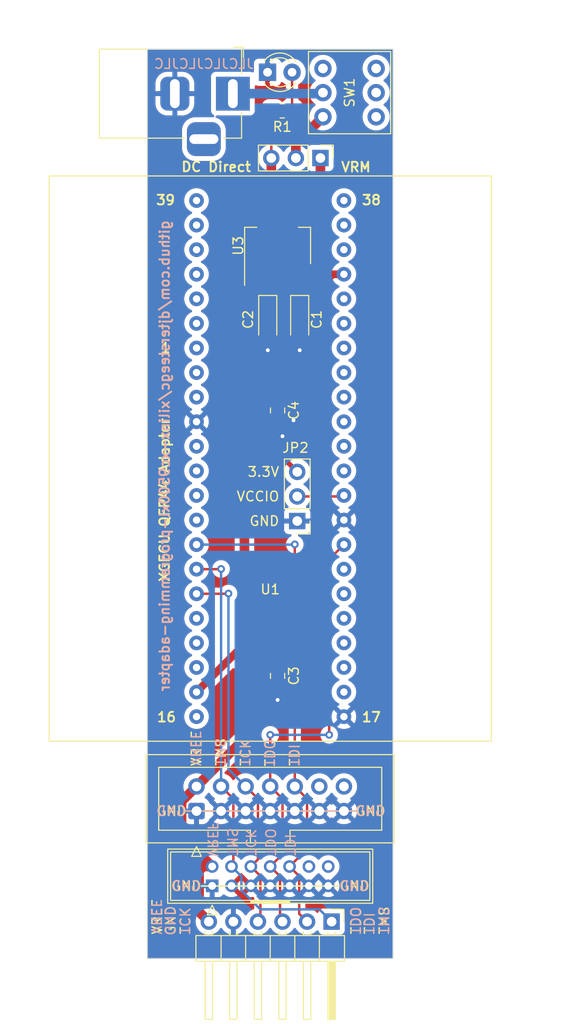
<source format=kicad_pcb>
(kicad_pcb (version 20221018) (generator pcbnew)
  (layers (0 "F.Cu" signal) (31 "B.Cu" signal) (34 "B.Paste" user) (35 "F.Paste" user) (36 "B.SilkS" user "B.Silkscreen") (37 "F.SilkS" user "F.Silkscreen") (38 "B.Mask" user) (39 "F.Mask" user) (44 "Edge.Cuts" user))
  (net 0 "")
  (net 1 "Net-(JP1-A)")
  (net 2 "GND")
  (net 3 "+3.3V")
  (net 4 "Net-(D1-A)")
  (net 5 "/TMS")
  (net 6 "/TCK")
  (net 7 "/TDO")
  (net 8 "/TDI")
  (net 9 "Net-(SW1A-B)")
  (net 12 "/VCCIO")
  (net 15 "Net-(JP1-C)")
  (footprint "Capacitor_Tantalum_SMD:CP_EIA-3216-10_Kemet-I_Pad1.58x1.35mm_HandSolder" (layer "F.Cu") (at 140.208 83.82 -90)
    (fp_text reference "C1" (at 0 -1.75 90) (layer "F.SilkS"))
    (fp_text value "22uf 16V")
    (fp_line (start -2.485 -0.935) (end -2.485 0.935) (stroke (width 0.12)) (layer "F.SilkS"))
    (fp_line (start -2.485 0.935) (end 1.6 0.935) (stroke (width 0.12)) (layer "F.SilkS"))
    (fp_line (start 1.6 -0.935) (end -2.485 -0.935) (stroke (width 0.12)) (layer "F.SilkS"))
    (pad "1" smd roundrect (at -1.4375 0 270) (size 1.575 1.35) (layers "F.Cu" "F.Paste" "F.Mask") (roundrect_rratio 0.1851851852) (net 1 "Net-(JP1-A)"))
    (pad "2" smd roundrect (at 1.4375 0 270) (size 1.575 1.35) (layers "F.Cu" "F.Paste" "F.Mask") (roundrect_rratio 0.1851851852) (net 2 "GND"))
  )
  (footprint "Capacitor_SMD:C_0805_2012Metric_Pad1.18x1.45mm_HandSolder" (layer "F.Cu") (at 137.922 120.65 -90)
    (fp_text reference "C3" (at 0 -1.68 90) (layer "F.SilkS"))
    (fp_text value "0.1uf")
    (fp_line (start -0.261252 -0.735) (end 0.261252 -0.735) (stroke (width 0.12)) (layer "F.SilkS"))
    (fp_line (start -0.261252 0.735) (end 0.261252 0.735) (stroke (width 0.12)) (layer "F.SilkS"))
    (pad "1" smd roundrect (at -1.0375 0 270) (size 1.175 1.45) (layers "F.Cu" "F.Paste" "F.Mask") (roundrect_rratio 0.2127659574) (net 3 "+3.3V"))
    (pad "2" smd roundrect (at 1.0375 0 270) (size 1.175 1.45) (layers "F.Cu" "F.Paste" "F.Mask") (roundrect_rratio 0.2127659574) (net 2 "GND"))
  )
  (footprint "Connector_BarrelJack:BarrelJack_Horizontal" (layer "F.Cu") (at 133.2992 60.4774)
    (fp_text reference "J1" hide)
    (fp_text value "DC Input")
    (fp_line (start -13.8 -4.6) (end 0.9 -4.6) (stroke (width 0.12)) (layer "F.SilkS"))
    (fp_line (start -13.8 4.6) (end -13.8 -4.6) (stroke (width 0.12)) (layer "F.SilkS"))
    (fp_line (start -5 4.6) (end -13.8 4.6) (stroke (width 0.12)) (layer "F.SilkS"))
    (fp_line (start 0.05 -4.8) (end 1.1 -4.8) (stroke (width 0.12)) (layer "F.SilkS"))
    (fp_line (start 0.9 -4.6) (end 0.9 -2) (stroke (width 0.12)) (layer "F.SilkS"))
    (fp_line (start 0.9 1.9) (end 0.9 4.6) (stroke (width 0.12)) (layer "F.SilkS"))
    (fp_line (start 0.9 4.6) (end -1 4.6) (stroke (width 0.12)) (layer "F.SilkS"))
    (fp_line (start 1.1 -3.75) (end 1.1 -4.8) (stroke (width 0.12)) (layer "F.SilkS"))
    (pad "1" thru_hole rect (at 0 0) (size 3.5 3.5) (drill oval 1 3) (layers "*.Cu" "*.Mask") (net 9 "Net-(SW1A-B)"))
    (pad "2" thru_hole roundrect (at -6 0) (size 3 3.5) (drill oval 1 3) (layers "*.Cu" "*.Mask") (net 2 "GND"))
    (pad "3" thru_hole roundrect (at -3 4.7) (size 3.5 3.5) (drill oval 3 1) (layers "*.Cu" "*.Mask"))
  )
  (footprint "Resistor_SMD:R_0805_2012Metric_Pad1.20x1.40mm_HandSolder" (layer "F.Cu") (at 138.4046 62.2554)
    (fp_text reference "R1" (at 0 1.651) (layer "F.SilkS"))
    (fp_text value "180R")
    (fp_line (start -0.227064 -0.735) (end 0.227064 -0.735) (stroke (width 0.12)) (layer "F.SilkS"))
    (fp_line (start -0.227064 0.735) (end 0.227064 0.735) (stroke (width 0.12)) (layer "F.SilkS"))
    (pad "1" smd roundrect (at -1 0) (size 1.2 1.4) (layers "F.Cu" "F.Paste" "F.Mask") (roundrect_rratio 0.2083333333) (net 3 "+3.3V"))
    (pad "2" smd roundrect (at 1 0) (size 1.2 1.4) (layers "F.Cu" "F.Paste" "F.Mask") (roundrect_rratio 0.2083333333) (net 4 "Net-(D1-A)"))
  )
  (footprint "Connector_PinHeader_2.54mm:PinHeader_1x03_P2.54mm_Vertical" (layer "F.Cu") (at 142.352 67.1322 -90)
    (fp_text reference "JP1" hide)
    (fp_text value "VCC Source")
    (fp_line (start -1.33 -1.33) (end 0 -1.33) (stroke (width 0.12)) (layer "F.SilkS"))
    (fp_line (start -1.33 0) (end -1.33 -1.33) (stroke (width 0.12)) (layer "F.SilkS"))
    (fp_line (start -1.33 1.27) (end -1.33 6.41) (stroke (width 0.12)) (layer "F.SilkS"))
    (fp_line (start -1.33 1.27) (end 1.33 1.27) (stroke (width 0.12)) (layer "F.SilkS"))
    (fp_line (start -1.33 6.41) (end 1.33 6.41) (stroke (width 0.12)) (layer "F.SilkS"))
    (fp_line (start 1.33 1.27) (end 1.33 6.41) (stroke (width 0.12)) (layer "F.SilkS"))
    (pad "1" thru_hole rect (at 0 0 270) (size 1.7 1.7) (drill 1) (layers "*.Cu" "*.Mask") (net 1 "Net-(JP1-A)"))
    (pad "2" thru_hole oval (at 0 2.54 270) (size 1.7 1.7) (drill 1) (layers "*.Cu" "*.Mask") (net 15 "Net-(JP1-C)"))
    (pad "3" thru_hole oval (at 0 5.08 270) (size 1.7 1.7) (drill 1) (layers "*.Cu" "*.Mask") (net 3 "+3.3V"))
  )
  (footprint "Connector_PinHeader_2.54mm:PinHeader_1x03_P2.54mm_Vertical" (layer "F.Cu") (at 139.954 104.648 180)
    (fp_text reference "JP2" (at -1.27 7.5692) (layer "F.SilkS") (effects (justify right)))
    (fp_text value "VCCIO" (at 4.064 2.54) (layer "F.SilkS"))
    (fp_line (start -1.33 -1.33) (end 0 -1.33) (stroke (width 0.12)) (layer "F.SilkS"))
    (fp_line (start -1.33 0) (end -1.33 -1.33) (stroke (width 0.12)) (layer "F.SilkS"))
    (fp_line (start -1.33 1.27) (end -1.33 6.41) (stroke (width 0.12)) (layer "F.SilkS"))
    (fp_line (start -1.33 1.27) (end 1.33 1.27) (stroke (width 0.12)) (layer "F.SilkS"))
    (fp_line (start -1.33 6.41) (end 1.33 6.41) (stroke (width 0.12)) (layer "F.SilkS"))
    (fp_line (start 1.33 1.27) (end 1.33 6.41) (stroke (width 0.12)) (layer "F.SilkS"))
    (pad "1" thru_hole rect (at 0 0 180) (size 1.7 1.7) (drill 1) (layers "*.Cu" "*.Mask") (net 2 "GND"))
    (pad "2" thru_hole oval (at 0 2.54 180) (size 1.7 1.7) (drill 1) (layers "*.Cu" "*.Mask") (net 12 "/VCCIO"))
    (pad "3" thru_hole oval (at 0 5.08 180) (size 1.7 1.7) (drill 1) (layers "*.Cu" "*.Mask") (net 3 "+3.3V"))
  )
  (footprint "Tersteeg:KFC8.5x8.5 DPDT Push Switch" (layer "F.Cu") (at 145.3642 60.3758)
    (fp_text reference "SW1" (at 0 0 90 unlocked) (layer "F.SilkS"))
    (fp_text value "SW_DPDT_x2")
    (fp_rect (start -4.25 -4.25) (end 4.25 4.25) (stroke (width 0.12)) (fill none) (layer "F.SilkS"))
    (pad "1" thru_hole circle (at -2.75 -2.5) (size 1.8 1.8) (drill 1) (layers "*.Cu" "*.Mask"))
    (pad "2" thru_hole circle (at -2.75 0) (size 1.8 1.8) (drill 1) (layers "*.Cu" "*.Mask") (net 9 "Net-(SW1A-B)"))
    (pad "3" thru_hole circle (at -2.75 2.5) (size 1.8 1.8) (drill 1) (layers "*.Cu" "*.Mask") (net 15 "Net-(JP1-C)"))
    (pad "4" thru_hole circle (at 2.75 -2.5) (size 1.8 1.8) (drill 1) (layers "*.Cu" "*.Mask"))
    (pad "5" thru_hole circle (at 2.75 0) (size 1.8 1.8) (drill 1) (layers "*.Cu" "*.Mask"))
    (pad "6" thru_hole circle (at 2.75 2.5) (size 1.8 1.8) (drill 1) (layers "*.Cu" "*.Mask"))
  )
  (footprint "Capacitor_Tantalum_SMD:CP_EIA-3216-10_Kemet-I_Pad1.58x1.35mm_HandSolder" (layer "F.Cu") (at 136.906 83.82 -90)
    (fp_text reference "C2" (at 0 2.032 90) (layer "F.SilkS"))
    (fp_text value "22uf 10V")
    (fp_line (start -2.485 -0.935) (end -2.485 0.935) (stroke (width 0.12)) (layer "F.SilkS"))
    (fp_line (start -2.485 0.935) (end 1.6 0.935) (stroke (width 0.12)) (layer "F.SilkS"))
    (fp_line (start 1.6 -0.935) (end -2.485 -0.935) (stroke (width 0.12)) (layer "F.SilkS"))
    (pad "1" smd roundrect (at -1.4375 0 270) (size 1.575 1.35) (layers "F.Cu" "F.Paste" "F.Mask") (roundrect_rratio 0.1851851852) (net 3 "+3.3V"))
    (pad "2" smd roundrect (at 1.4375 0 270) (size 1.575 1.35) (layers "F.Cu" "F.Paste" "F.Mask") (roundrect_rratio 0.1851851852) (net 2 "GND"))
  )
  (footprint "LED_THT:LED_D3.0mm" (layer "F.Cu") (at 136.8806 58.2676)
    (fp_text reference "D1" hide)
    (fp_text value "LED")
    (fp_line (start -0.29 -1.236) (end -0.29 -1.08) (stroke (width 0.12)) (layer "F.SilkS"))
    (fp_line (start -0.29 1.08) (end -0.29 1.236) (stroke (width 0.12)) (layer "F.SilkS"))
    (fp_arc (start -0.29 -1.235516) (mid 1.366487 -1.987659) (end 2.942335 -1.078608) (stroke (width 0.12)) (layer "F.SilkS"))
    (fp_arc (start 0.229039 -1.08) (mid 1.270117 -1.5) (end 2.31113 -1.079837) (stroke (width 0.12)) (layer "F.SilkS"))
    (fp_arc (start 2.31113 1.079837) (mid 1.270117 1.5) (end 0.229039 1.08) (stroke (width 0.12)) (layer "F.SilkS"))
    (fp_arc (start 2.942335 1.078608) (mid 1.366487 1.987659) (end -0.29 1.235516) (stroke (width 0.12)) (layer "F.SilkS"))
    (pad "1" thru_hole rect (at 0 0) (size 1.8 1.8) (drill 0.9) (layers "*.Cu" "*.Mask") (net 2 "GND"))
    (pad "2" thru_hole circle (at 2.54 0) (size 1.8 1.8) (drill 0.9) (layers "*.Cu" "*.Mask") (net 4 "Net-(D1-A)"))
  )
  (footprint "Package_TO_SOT_SMD:SOT-223-3_TabPin2" (layer "F.Cu") (at 137.922 76.2 90)
    (fp_text reference "U3" (at 0 -4.064 270) (layer "F.SilkS"))
    (fp_text value "AMS1117-3.3")
    (fp_line (start -4.1 -3.41) (end 1.91 -3.41) (stroke (width 0.12)) (layer "F.SilkS"))
    (fp_line (start -1.85 3.41) (end 1.91 3.41) (stroke (width 0.12)) (layer "F.SilkS"))
    (fp_line (start 1.91 -3.41) (end 1.91 -2.15) (stroke (width 0.12)) (layer "F.SilkS"))
    (fp_line (start 1.91 3.41) (end 1.91 2.15) (stroke (width 0.12)) (layer "F.SilkS"))
    (pad "1" smd rect (at -3.15 -2.3 90) (size 2 1.5) (layers "F.Cu" "F.Paste" "F.Mask") (net 2 "GND"))
    (pad "2" smd rect (at -3.15 0 90) (size 2 1.5) (layers "F.Cu" "F.Paste" "F.Mask") (net 3 "+3.3V"))
    (pad "2" smd rect (at 3.15 0 90) (size 2 3.8) (layers "F.Cu" "F.Paste" "F.Mask") (net 3 "+3.3V"))
    (pad "3" smd rect (at -3.15 2.3 90) (size 2 1.5) (layers "F.Cu" "F.Paste" "F.Mask") (net 1 "Net-(JP1-A)"))
  )
  (footprint "Tersteeg:IDC-Header_2x07_P2.00mm_Vertical" (layer "F.Cu") (at 137.16 141.351 90)
    (fp_text reference "J4" hide)
    (fp_text value "2.00mm")
    (fp_line (start -4 -6.5) (end -4 -5.5) (stroke (width 0.12)) (layer "F.SilkS"))
    (fp_line (start -4 -5.5) (end -3 -6) (stroke (width 0.12)) (layer "F.SilkS"))
    (fp_line (start -3 -6) (end -4 -6.5) (stroke (width 0.12)) (layer "F.SilkS"))
    (fp_rect (start -2.8 -10.6) (end 2.8 10.6) (stroke (width 0.12)) (fill none) (layer "F.SilkS"))
    (fp_rect (start -2.8 -2) (end -2.5 2) (stroke (width 0.12)) (fill solid) (layer "F.SilkS"))
    (fp_rect (start -2.5 -10.3) (end 2.5 10.3) (stroke (width 0.12)) (fill none) (layer "F.SilkS"))
    (pad "1" thru_hole rect (at -1 -6 90) (size 1.308 1.308) (drill 0.8) (layers "*.Cu" "*.Mask") (net 2 "GND"))
    (pad "2" thru_hole circle (at 1 -6 90) (size 1.308 1.308) (drill 0.8) (layers "*.Cu" "*.Mask") (net 3 "+3.3V"))
    (pad "3" thru_hole circle (at -1 -4 90) (size 1.308 1.308) (drill 0.8) (layers "*.Cu" "*.Mask") (net 2 "GND"))
    (pad "4" thru_hole circle (at 1 -4 90) (size 1.308 1.308) (drill 0.8) (layers "*.Cu" "*.Mask") (net 5 "/TMS"))
    (pad "5" thru_hole circle (at -1 -2 90) (size 1.308 1.308) (drill 0.8) (layers "*.Cu" "*.Mask") (net 2 "GND"))
    (pad "6" thru_hole circle (at 1 -2 90) (size 1.308 1.308) (drill 0.8) (layers "*.Cu" "*.Mask") (net 6 "/TCK"))
    (pad "7" thru_hole circle (at -1 0 90) (size 1.308 1.308) (drill 0.8) (layers "*.Cu" "*.Mask") (net 2 "GND"))
    (pad "8" thru_hole circle (at 1 0 90) (size 1.308 1.308) (drill 0.8) (layers "*.Cu" "*.Mask") (net 7 "/TDO"))
    (pad "9" thru_hole circle (at -1 2 90) (size 1.308 1.308) (drill 0.8) (layers "*.Cu" "*.Mask") (net 2 "GND"))
    (pad "10" thru_hole circle (at 1 2 90) (size 1.308 1.308) (drill 0.8) (layers "*.Cu" "*.Mask") (net 8 "/TDI"))
    (pad "11" thru_hole circle (at -1 4 90) (size 1.308 1.308) (drill 0.8) (layers "*.Cu" "*.Mask") (net 2 "GND"))
    (pad "12" thru_hole circle (at 1 4 90) (size 1.308 1.308) (drill 0.8) (layers "*.Cu" "*.Mask"))
    (pad "13" thru_hole circle (at -1 6 90) (size 1.308 1.308) (drill 0.8) (layers "*.Cu" "*.Mask") (net 2 "GND"))
    (pad "14" thru_hole circle (at 1 6 90) (size 1.308 1.308) (drill 0.8) (layers "*.Cu" "*.Mask"))
  )
  (footprint "Capacitor_SMD:C_0805_2012Metric_Pad1.18x1.45mm_HandSolder" (layer "F.Cu") (at 137.922 93.218 -90)
    (fp_text reference "C4" (at 0 -1.68 -90) (layer "F.SilkS"))
    (fp_text value "0.1uf")
    (fp_line (start -0.261252 -0.735) (end 0.261252 -0.735) (stroke (width 0.12)) (layer "F.SilkS"))
    (fp_line (start -0.261252 0.735) (end 0.261252 0.735) (stroke (width 0.12)) (layer "F.SilkS"))
    (pad "1" smd roundrect (at -1.0375 0 270) (size 1.175 1.45) (layers "F.Cu" "F.Paste" "F.Mask") (roundrect_rratio 0.2127659574) (net 3 "+3.3V"))
    (pad "2" smd roundrect (at 1.0375 0 270) (size 1.175 1.45) (layers "F.Cu" "F.Paste" "F.Mask") (roundrect_rratio 0.2127659574) (net 2 "GND"))
  )
  (footprint "Connector_IDC:IDC-Header_2x07_P2.54mm_Vertical" (layer "F.Cu") (at 129.54 134.62 90)
    (fp_text reference "J2" hide)
    (fp_text value "2.54mm")
    (fp_line (start -4.68 -0.5) (end -4.68 0.5) (stroke (width 0.12)) (layer "F.SilkS"))
    (fp_line (start -4.68 0.5) (end -3.68 0) (stroke (width 0.12)) (layer "F.SilkS"))
    (fp_line (start -3.68 0) (end -4.68 -0.5) (stroke (width 0.12)) (layer "F.SilkS"))
    (fp_line (start -3.29 -5.21) (end 5.83 -5.21) (stroke (width 0.12)) (layer "F.SilkS"))
    (fp_line (start -3.29 5.57) (end -1.98 5.57) (stroke (width 0.12)) (layer "F.SilkS"))
    (fp_line (start -3.29 20.45) (end -3.29 -5.21) (stroke (width 0.12)) (layer "F.SilkS"))
    (fp_line (start -1.98 -3.91) (end 4.52 -3.91) (stroke (width 0.12)) (layer "F.SilkS"))
    (fp_line (start -1.98 5.57) (end -1.98 -3.91) (stroke (width 0.12)) (layer "F.SilkS"))
    (fp_line (start -1.98 9.67) (end -3.29 9.67) (stroke (width 0.12)) (layer "F.SilkS"))
    (fp_line (start -1.98 9.67) (end -1.98 9.67) (stroke (width 0.12)) (layer "F.SilkS"))
    (fp_line (start -1.98 19.15) (end -1.98 9.67) (stroke (width 0.12)) (layer "F.SilkS"))
    (fp_line (start 4.52 -3.91) (end 4.52 19.15) (stroke (width 0.12)) (layer "F.SilkS"))
    (fp_line (start 4.52 19.15) (end -1.98 19.15) (stroke (width 0.12)) (layer "F.SilkS"))
    (fp_line (start 5.83 -5.21) (end 5.83 20.45) (stroke (width 0.12)) (layer "F.SilkS"))
    (fp_line (start 5.83 20.45) (end -3.29 20.45) (stroke (width 0.12)) (layer "F.SilkS"))
    (pad "1" thru_hole roundrect (at 0 0 90) (size 1.7 1.7) (drill 1) (layers "*.Cu" "*.Mask") (roundrect_rratio 0.1470588235) (net 2 "GND"))
    (pad "2" thru_hole circle (at 2.54 0 90) (size 1.7 1.7) (drill 1) (layers "*.Cu" "*.Mask") (net 3 "+3.3V"))
    (pad "3" thru_hole circle (at 0 2.54 90) (size 1.7 1.7) (drill 1) (layers "*.Cu" "*.Mask") (net 2 "GND"))
    (pad "4" thru_hole circle (at 2.54 2.54 90) (size 1.7 1.7) (drill 1) (layers "*.Cu" "*.Mask") (net 5 "/TMS"))
    (pad "5" thru_hole circle (at 0 5.08 90) (size 1.7 1.7) (drill 1) (layers "*.Cu" "*.Mask") (net 2 "GND"))
    (pad "6" thru_hole circle (at 2.54 5.08 90) (size 1.7 1.7) (drill 1) (layers "*.Cu" "*.Mask") (net 6 "/TCK"))
    (pad "7" thru_hole circle (at 0 7.62 90) (size 1.7 1.7) (drill 1) (layers "*.Cu" "*.Mask") (net 2 "GND"))
    (pad "8" thru_hole circle (at 2.54 7.62 90) (size 1.7 1.7) (drill 1) (layers "*.Cu" "*.Mask") (net 7 "/TDO"))
    (pad "9" thru_hole circle (at 0 10.16 90) (size 1.7 1.7) (drill 1) (layers "*.Cu" "*.Mask") (net 2 "GND"))
    (pad "10" thru_hole circle (at 2.54 10.16 90) (size 1.7 1.7) (drill 1) (layers "*.Cu" "*.Mask") (net 8 "/TDI"))
    (pad "11" thru_hole circle (at 0 12.7 90) (size 1.7 1.7) (drill 1) (layers "*.Cu" "*.Mask") (net 2 "GND"))
    (pad "12" thru_hole circle (at 2.54 12.7 90) (size 1.7 1.7) (drill 1) (layers "*.Cu" "*.Mask"))
    (pad "13" thru_hole circle (at 0 15.24 90) (size 1.7 1.7) (drill 1) (layers "*.Cu" "*.Mask") (net 2 "GND"))
    (pad "14" thru_hole circle (at 2.54 15.24 90) (size 1.7 1.7) (drill 1) (layers "*.Cu" "*.Mask"))
  )
  (footprint "Connector_PinHeader_2.54mm:PinHeader_1x06_P2.54mm_Horizontal" (layer "F.Cu") (at 143.51 146.05 -90)
    (fp_text reference "J3" hide)
    (fp_text value "Conn_01x06")
    (fp_line (start -1.27 -1.27) (end 0 -1.27) (stroke (width 0.12)) (layer "F.SilkS"))
    (fp_line (start -1.27 0) (end -1.27 -1.27) (stroke (width 0.12)) (layer "F.SilkS"))
    (fp_line (start 1.042929 2.16) (end 1.44 2.16) (stroke (width 0.12)) (layer "F.SilkS"))
    (fp_line (start 1.042929 2.92) (end 1.44 2.92) (stroke (width 0.12)) (layer "F.SilkS"))
    (fp_line (start 1.042929 4.7) (end 1.44 4.7) (stroke (width 0.12)) (layer "F.SilkS"))
    (fp_line (start 1.042929 5.46) (end 1.44 5.46) (stroke (width 0.12)) (layer "F.SilkS"))
    (fp_line (start 1.042929 7.24) (end 1.44 7.24) (stroke (width 0.12)) (layer "F.SilkS"))
    (fp_line (start 1.042929 8) (end 1.44 8) (stroke (width 0.12)) (layer "F.SilkS"))
    (fp_line (start 1.042929 9.78) (end 1.44 9.78) (stroke (width 0.12)) (layer "F.SilkS"))
    (fp_line (start 1.042929 10.54) (end 1.44 10.54) (stroke (width 0.12)) (layer "F.SilkS"))
    (fp_line (start 1.042929 12.32) (end 1.44 12.32) (stroke (width 0.12)) (layer "F.SilkS"))
    (fp_line (start 1.042929 13.08) (end 1.44 13.08) (stroke (width 0.12)) (layer "F.SilkS"))
    (fp_line (start 1.11 -0.38) (end 1.44 -0.38) (stroke (width 0.12)) (layer "F.SilkS"))
    (fp_line (start 1.11 0.38) (end 1.44 0.38) (stroke (width 0.12)) (layer "F.SilkS"))
    (fp_line (start 1.44 -1.33) (end 1.44 14.03) (stroke (width 0.12)) (layer "F.SilkS"))
    (fp_line (start 1.44 1.27) (end 4.1 1.27) (stroke (width 0.12)) (layer "F.SilkS"))
    (fp_line (start 1.44 3.81) (end 4.1 3.81) (stroke (width 0.12)) (layer "F.SilkS"))
    (fp_line (start 1.44 6.35) (end 4.1 6.35) (stroke (width 0.12)) (layer "F.SilkS"))
    (fp_line (start 1.44 8.89) (end 4.1 8.89) (stroke (width 0.12)) (layer "F.SilkS"))
    (fp_line (start 1.44 11.43) (end 4.1 11.43) (stroke (width 0.12)) (layer "F.SilkS"))
    (fp_line (start 1.44 14.03) (end 4.1 14.03) (stroke (width 0.12)) (layer "F.SilkS"))
    (fp_line (start 4.1 -1.33) (end 1.44 -1.33) (stroke (width 0.12)) (layer "F.SilkS"))
    (fp_line (start 4.1 -0.38) (end 10.1 -0.38) (stroke (width 0.12)) (layer "F.SilkS"))
    (fp_line (start 4.1 -0.32) (end 10.1 -0.32) (stroke (width 0.12)) (layer "F.SilkS"))
    (fp_line (start 4.1 -0.2) (end 10.1 -0.2) (stroke (width 0.12)) (layer "F.SilkS"))
    (fp_line (start 4.1 -0.08) (end 10.1 -0.08) (stroke (width 0.12)) (layer "F.SilkS"))
    (fp_line (start 4.1 0.04) (end 10.1 0.04) (stroke (width 0.12)) (layer "F.SilkS"))
    (fp_line (start 4.1 0.16) (end 10.1 0.16) (stroke (width 0.12)) (layer "F.SilkS"))
    (fp_line (start 4.1 0.28) (end 10.1 0.28) (stroke (width 0.12)) (layer "F.SilkS"))
    (fp_line (start 4.1 2.16) (end 10.1 2.16) (stroke (width 0.12)) (layer "F.SilkS"))
    (fp_line (start 4.1 4.7) (end 10.1 4.7) (stroke (width 0.12)) (layer "F.SilkS"))
    (fp_line (start 4.1 7.24) (end 10.1 7.24) (stroke (width 0.12)) (layer "F.SilkS"))
    (fp_line (start 4.1 9.78) (end 10.1 9.78) (stroke (width 0.12)) (layer "F.SilkS"))
    (fp_line (start 4.1 12.32) (end 10.1 12.32) (stroke (width 0.12)) (layer "F.SilkS"))
    (fp_line (start 4.1 14.03) (end 4.1 -1.33) (stroke (width 0.12)) (layer "F.SilkS"))
    (fp_line (start 10.1 -0.38) (end 10.1 0.38) (stroke (width 0.12)) (layer "F.SilkS"))
    (fp_line (start 10.1 0.38) (end 4.1 0.38) (stroke (width 0.12)) (layer "F.SilkS"))
    (fp_line (start 10.1 2.16) (end 10.1 2.92) (stroke (width 0.12)) (layer "F.SilkS"))
    (fp_line (start 10.1 2.92) (end 4.1 2.92) (stroke (width 0.12)) (layer "F.SilkS"))
    (fp_line (start 10.1 4.7) (end 10.1 5.46) (stroke (width 0.12)) (layer "F.SilkS"))
    (fp_line (start 10.1 5.46) (end 4.1 5.46) (stroke (width 0.12)) (layer "F.SilkS"))
    (fp_line (start 10.1 7.24) (end 10.1 8) (stroke (width 0.12)) (layer "F.SilkS"))
    (fp_line (start 10.1 8) (end 4.1 8) (stroke (width 0.12)) (layer "F.SilkS"))
    (fp_line (start 10.1 9.78) (end 10.1 10.54) (stroke (width 0.12)) (layer "F.SilkS"))
    (fp_line (start 10.1 10.54) (end 4.1 10.54) (stroke (width 0.12)) (layer "F.SilkS"))
    (fp_line (start 10.1 12.32) (end 10.1 13.08) (stroke (width 0.12)) (layer "F.SilkS"))
    (fp_line (start 10.1 13.08) (end 4.1 13.08) (stroke (width 0.12)) (layer "F.SilkS"))
    (pad "1" thru_hole rect (at 0 0 270) (size 1.7 1.7) (drill 1) (layers "*.Cu" "*.Mask") (net 5 "/TMS"))
    (pad "2" thru_hole oval (at 0 2.54 270) (size 1.7 1.7) (drill 1) (layers "*.Cu" "*.Mask") (net 8 "/TDI"))
    (pad "3" thru_hole oval (at 0 5.08 270) (size 1.7 1.7) (drill 1) (layers "*.Cu" "*.Mask") (net 7 "/TDO"))
    (pad "4" thru_hole oval (at 0 7.62 270) (size 1.7 1.7) (drill 1) (layers "*.Cu" "*.Mask") (net 6 "/TCK"))
    (pad "5" thru_hole oval (at 0 10.16 270) (size 1.7 1.7) (drill 1) (layers "*.Cu" "*.Mask") (net 2 "GND"))
    (pad "6" thru_hole oval (at 0 12.7 270) (size 1.7 1.7) (drill 1) (layers "*.Cu" "*.Mask") (net 3 "+3.3V"))
  )
  (footprint "Tersteeg:XGECU-QFP44 to DIP44" (layer "F.Cu") (at 137.16 99.465)
    (fp_text reference "U1" (at 0 12.2442 unlocked) (layer "F.SilkS"))
    (fp_text value "XC9572XL-10VQG44C")
    (fp_rect (start -22.86 -30.48) (end 22.86 27.94) (stroke (width 0.12)) (fill none) (layer "F.SilkS"))
    (pad "1" thru_hole circle (at -7.62 -12.7) (size 1.524 1.524) (drill 0.762) (layers "*.Cu" "*.Mask"))
    (pad "2" thru_hole circle (at -7.62 -10.16) (size 1.524 1.524) (drill 0.762) (layers "*.Cu" "*.Mask"))
    (pad "3" thru_hole circle (at -7.62 -7.62) (size 1.524 1.524) (drill 0.762) (layers "*.Cu" "*.Mask"))
    (pad "4" thru_hole circle (at -7.62 -5.08) (size 1.524 1.524) (drill 0.762) (layers "*.Cu" "*.Mask") (net 2 "GND"))
    (pad "5" thru_hole circle (at -7.62 -2.54) (size 1.524 1.524) (drill 0.762) (layers "*.Cu" "*.Mask"))
    (pad "6" thru_hole circle (at -7.62 0) (size 1.524 1.524) (drill 0.762) (layers "*.Cu" "*.Mask"))
    (pad "7" thru_hole circle (at -7.62 2.54) (size 1.524 1.524) (drill 0.762) (layers "*.Cu" "*.Mask"))
    (pad "8" thru_hole circle (at -7.62 5.08) (size 1.524 1.524) (drill 0.762) (layers "*.Cu" "*.Mask"))
    (pad "9" thru_hole circle (at -7.62 7.62) (size 1.524 1.524) (drill 0.762) (layers "*.Cu" "*.Mask") (net 8 "/TDI"))
    (pad "10" thru_hole circle (at -7.62 10.16) (size 1.524 1.524) (drill 0.762) (layers "*.Cu" "*.Mask") (net 5 "/TMS"))
    (pad "11" thru_hole circle (at -7.62 12.7) (size 1.524 1.524) (drill 0.762) (layers "*.Cu" "*.Mask") (net 6 "/TCK"))
    (pad "12" thru_hole circle (at -7.62 15.24) (size 1.524 1.524) (drill 0.762) (layers "*.Cu" "*.Mask"))
    (pad "13" thru_hole circle (at -7.62 17.78) (size 1.524 1.524) (drill 0.762) (layers "*.Cu" "*.Mask"))
    (pad "14" thru_hole circle (at -7.62 20.32) (size 1.524 1.524) (drill 0.762) (layers "*.Cu" "*.Mask"))
    (pad "15" thru_hole circle (at -7.62 22.86) (size 1.524 1.524) (drill 0.762) (layers "*.Cu" "*.Mask") (net 3 "+3.3V"))
    (pad "16" thru_hole circle (at -7.62 25.4) (size 1.524 1.524) (drill 0.762) (layers "*.Cu" "*.Mask"))
    (pad "17" thru_hole circle (at 7.62 25.4) (size 1.524 1.524) (drill 0.762) (layers "*.Cu" "*.Mask") (net 2 "GND"))
    (pad "18" thru_hole circle (at 7.62 22.86) (size 1.524 1.524) (drill 0.762) (layers "*.Cu" "*.Mask"))
    (pad "19" thru_hole circle (at 7.62 20.32) (size 1.524 1.524) (drill 0.762) (layers "*.Cu" "*.Mask"))
    (pad "20" thru_hole circle (at 7.62 17.78) (size 1.524 1.524) (drill 0.762) (layers "*.Cu" "*.Mask"))
    (pad "21" thru_hole circle (at 7.62 15.24) (size 1.524 1.524) (drill 0.762) (layers "*.Cu" "*.Mask"))
    (pad "22" thru_hole circle (at 7.62 12.7) (size 1.524 1.524) (drill 0.762) (layers "*.Cu" "*.Mask"))
    (pad "23" thru_hole circle (at 7.62 10.16) (size 1.524 1.524) (drill 0.762) (layers "*.Cu" "*.Mask"))
    (pad "24" thru_hole circle (at 7.62 7.62) (size 1.524 1.524) (drill 0.762) (layers "*.Cu" "*.Mask") (net 7 "/TDO"))
    (pad "25" thru_hole circle (at 7.62 5.08) (size 1.524 1.524) (drill 0.762) (layers "*.Cu" "*.Mask") (net 2 "GND"))
    (pad "26" thru_hole circle (at 7.62 2.54) (size 1.524 1.524) (drill 0.762) (layers "*.Cu" "*.Mask") (net 12 "/VCCIO"))
    (pad "27" thru_hole circle (at 7.62 0) (size 1.524 1.524) (drill 0.762) (layers "*.Cu" "*.Mask"))
    (pad "28" thru_hole circle (at 7.62 -2.54) (size 1.524 1.524) (drill 0.762) (layers "*.Cu" "*.Mask"))
    (pad "29" thru_hole circle (at 7.62 -5.08) (size 1.524 1.524) (drill 0.762) (layers "*.Cu" "*.Mask"))
    (pad "30" thru_hole circle (at 7.62 -7.62) (size 1.524 1.524) (drill 0.762) (layers "*.Cu" "*.Mask"))
    (pad "31" thru_hole circle (at 7.62 -10.16) (size 1.524 1.524) (drill 0.762) (layers "*.Cu" "*.Mask"))
    (pad "32" thru_hole circle (at 7.62 -12.7) (size 1.524 1.524) (drill 0.762) (layers "*.Cu" "*.Mask"))
    (pad "33" thru_hole circle (at 7.62 -15.24) (size 1.524 1.524) (drill 0.762) (layers "*.Cu" "*.Mask"))
    (pad "34" thru_hole circle (at 7.62 -17.78) (size 1.524 1.524) (drill 0.762) (layers "*.Cu" "*.Mask"))
    (pad "35" thru_hole circle (at 7.62 -20.32) (size 1.524 1.524) (drill 0.762) (layers "*.Cu" "*.Mask") (net 3 "+3.3V"))
    (pad "36" thru_hole circle (at 7.62 -22.86) (size 1.524 1.524) (drill 0.762) (layers "*.Cu" "*.Mask"))
    (pad "37" thru_hole circle (at 7.62 -25.4) (size 1.524 1.524) (drill 0.762) (layers "*.Cu" "*.Mask"))
    (pad "38" thru_hole circle (at 7.62 -27.94) (size 1.524 1.524) (drill 0.762) (layers "*.Cu" "*.Mask"))
    (pad "39" thru_hole circle (at -7.62 -27.94) (size 1.524 1.524) (drill 0.762) (layers "*.Cu" "*.Mask"))
    (pad "40" thru_hole circle (at -7.62 -25.4) (size 1.524 1.524) (drill 0.762) (layers "*.Cu" "*.Mask"))
    (pad "41" thru_hole circle (at -7.62 -22.86) (size 1.524 1.524) (drill 0.762) (layers "*.Cu" "*.Mask"))
    (pad "42" thru_hole circle (at -7.62 -20.32) (size 1.524 1.524) (drill 0.762) (layers "*.Cu" "*.Mask"))
    (pad "43" thru_hole circle (at -7.62 -17.78) (size 1.524 1.524) (drill 0.762) (layers "*.Cu" "*.Mask"))
    (pad "44" thru_hole circle (at -7.62 -15.24) (size 1.524 1.524) (drill 0.762) (layers "*.Cu" "*.Mask"))
  )
  (gr_line (start 128.397 134.62) (end 146.05 134.62) (stroke (width 0.15)) (layer "B.SilkS"))
  (gr_line (start 128.397 134.62) (end 146.05 134.62) (stroke (width 0.15)) (layer "F.SilkS"))
  (gr_line (start 130.048 142.367) (end 144.272 142.367) (stroke (width 0.15)) (layer "F.SilkS"))
  (gr_rect (start 124.46 55.88) (end 149.86 149.86) (stroke (width 0.1)) (fill none) (layer "Edge.Cuts"))
  (gr_text "TCK" (at 134.493 130.048 270) (layer "B.SilkS") (effects (font (size 1 1)) (justify left mirror)))
  (gr_text "TMS" (at 131.953 130.048 270) (layer "B.SilkS") (effects (font (size 1 1)) (justify left mirror)))
  (gr_text "VREF" (at 129.413 130.048 270) (layer "B.SilkS") (effects (font (size 1 1)) (justify left mirror)))
  (gr_text "JLCJLCJLCJLC" (at 130.302 57.404) (layer "B.SilkS") (effects (font (size 1 1)) (justify mirror)))
  (gr_text "TCK" (at 128.27 147.447 270) (layer "B.SilkS") (effects (font (size 1 1)) (justify left mirror)))
  (gr_text "VREF" (at 131.191 139.446 270) (layer "B.SilkS") (effects (font (size 1 1)) (justify left mirror)))
  (gr_text "TCK" (at 135.128 139.319 270) (layer "B.SilkS") (effects (font (size 1 1)) (justify left mirror)))
  (gr_text "TDO" (at 137.16 139.319 270) (layer "B.SilkS") (effects (font (size 1 1)) (justify left mirror)))
  (gr_text "GND" (at 130.048 142.367) (layer "B.SilkS") (effects (font (size 1 1)) (justify left mirror)))
  (gr_text "GND" (at 128.524 134.62) (layer "B.SilkS") (effects (font (size 1 1)) (justify left mirror)))
  (gr_text "TDO" (at 137.033 130.1 270) (layer "B.SilkS") (effects (font (size 1 1)) (justify left mirror)))
  (gr_text "TDI" (at 139.573 130.048 270) (layer "B.SilkS") (effects (font (size 1 1)) (justify left mirror)))
  (gr_text "VREF" (at 125.349 147.447 270) (layer "B.SilkS") (effects (font (size 1 1)) (justify left mirror)))
  (gr_text "TMS" (at 133.223 139.319 270) (layer "B.SilkS") (effects (font (size 1 1)) (justify left mirror)))
  (gr_text "GND" (at 147.447 142.367) (layer "B.SilkS") (effects (font (size 1 1)) (justify left mirror)))
  (gr_text "github.com/djtersteegc/xilinx-xc9500xl-programming-adapter" (at 126.238 97.917 90) (layer "B.SilkS") (effects (font (size 1 1) (thickness 0.2)) (justify mirror)))
  (gr_text "TDO" (at 145.923 147.447 270) (layer "B.SilkS") (effects (font (size 1 1)) (justify left mirror)))
  (gr_text "GND" (at 149.098 134.62) (layer "B.SilkS") (effects (font (size 1 1)) (justify left mirror)))
  (gr_text "GND" (at 126.746 147.574 270) (layer "B.SilkS") (effects (font (size 1 1)) (justify left mirror)))
  (gr_text "TDI" (at 139.192 139.319 270) (layer "B.SilkS") (effects (font (size 1 1)) (justify left mirror)))
  (gr_text "TDI" (at 147.32 147.447 270) (layer "B.SilkS") (effects (font (size 1 1)) (justify left mirror)))
  (gr_text "TMS" (at 148.844 147.447 270) (layer "B.SilkS") (effects (font (size 1 1)) (justify left mirror)))
  (gr_text "TDO" (at 137.16 130.1 90) (layer "F.SilkS") (effects (font (size 1 1)) (justify left)))
  (gr_text "GND" (at 144.272 142.367) (layer "F.SilkS") (effects (font (size 1 1)) (justify left)))
  (gr_text "3.3V" (at 138.176 99.568) (layer "F.SilkS") (effects (font (size 1 1)) (justify right)))
  (gr_text "VREF" (at 125.476 147.447 90) (layer "F.SilkS") (effects (font (size 1 1)) (justify left)))
  (gr_text "TDI" (at 139.7 130.048 90) (layer "F.SilkS") (effects (font (size 1 1)) (justify left)))
  (gr_text "GND" (at 138.176 104.648) (layer "F.SilkS") (effects (font (size 1 1)) (justify right)))
  (gr_text "XGECU QFP44 Adapter" (at 126.238 102.4636 90) (layer "F.SilkS") (effects (font (size 1 1) (thickness 0.2))))
  (gr_text "38" (at 147.6248 71.4756) (layer "F.SilkS") (effects (font (size 1 1) (thickness 0.2))))
  (gr_text "GND" (at 126.873 147.574 90) (layer "F.SilkS") (effects (font (size 1 1)) (justify left)))
  (gr_text "VRM" (at 146.0246 68.072) (layer "F.SilkS") (effects (font (size 1 1) (thickness 0.2))))
  (gr_text "1" (at 126.3396 86.7664) (layer "F.SilkS") (effects (font (size 1 1) (thickness 0.2))))
  (gr_text "16" (at 126.4412 124.9172) (layer "F.SilkS") (effects (font (size 1 1) (thickness 0.2))))
  (gr_text "39" (at 126.3396 71.4756) (layer "F.SilkS") (effects (font (size 1 1) (thickness 0.2))))
  (gr_text "DC Direct" (at 131.572 68.0466) (layer "F.SilkS") (effects (font (size 1 1) (thickness 0.2))))
  (gr_text "TDO" (at 146.05 147.447 90) (layer "F.SilkS") (effects (font (size 1 1)) (justify left)))
  (gr_text "TDI" (at 147.447 147.447 90) (layer "F.SilkS") (effects (font (size 1 1)) (justify left)))
  (gr_text "TCK" (at 128.397 147.447 90) (layer "F.SilkS") (effects (font (size 1 1)) (justify left)))
  (gr_text "GND" (at 145.923 134.62) (layer "F.SilkS") (effects (font (size 1 1)) (justify left)))
  (gr_text "TMS" (at 132.08 130.048 90) (layer "F.SilkS") (effects (font (size 1 1)) (justify left)))
  (gr_text "GND" (at 125.349 134.62) (layer "F.SilkS") (effects (font (size 1 1)) (justify left)))
  (gr_text "TMS" (at 148.971 147.447 90) (layer "F.SilkS") (effects (font (size 1 1)) (justify left)))
  (gr_text "TCK" (at 134.62 130.048 90) (layer "F.SilkS") (effects (font (size 1 1)) (justify left)))
  (gr_text "VREF" (at 129.54 130.048 90) (layer "F.SilkS") (effects (font (size 1 1)) (justify left)))
  (gr_text "17" (at 147.6248 124.9172) (layer "F.SilkS") (effects (font (size 1 1) (thickness 0.2))))
  (gr_text "GND" (at 126.873 142.367) (layer "F.SilkS") (effects (font (size 1 1)) (justify left)))
  (segment (start 142.352 77.22) (end 140.222 79.35) (width 1) (layer "F.Cu") (net 1))
  (segment (start 140.208 82.3825) (end 140.208 79.364) (width 1) (layer "F.Cu") (net 1))
  (segment (start 140.208 79.364) (end 140.222 79.35) (width 1) (layer "F.Cu") (net 1))
  (segment (start 142.352 67.1322) (end 142.352 77.22) (width 1) (layer "F.Cu") (net 1))
  (via (at 139.573 94.234) (size 0.8) (drill 0.4) (layers "F.Cu" "B.Cu") (net 2))
  (via (at 136.906 86.995) (size 0.8) (drill 0.4) (layers "F.Cu" "B.Cu") (net 2))
  (via (at 138.43 95.885) (size 0.8) (drill 0.4) (layers "F.Cu" "B.Cu") (net 2))
  (via (at 140.208 86.995) (size 0.8) (drill 0.4) (layers "F.Cu" "B.Cu") (net 2))
  (via (at 137.922 123.1392) (size 0.8) (drill 0.4) (layers "F.Cu" "B.Cu") (net 2))
  (segment (start 134.493 88.138) (end 134.493 95.25) (width 1) (layer "F.Cu") (net 3))
  (segment (start 137.922 79.35) (end 137.922 81.3665) (width 1) (layer "F.Cu") (net 3))
  (segment (start 137.922 81.3665) (end 136.906 82.3825) (width 1) (layer "F.Cu") (net 3))
  (segment (start 127.99 137.181) (end 131.16 140.351) (width 1) (layer "F.Cu") (net 3))
  (segment (start 134.493 119.761) (end 134.493 127.127) (width 1) (layer "F.Cu") (net 3))
  (segment (start 129.806 145.046) (end 130.81 146.05) (width 1) (layer "F.Cu") (net 3))
  (segment (start 137.922 73.05) (end 137.922 79.35) (width 1) (layer "F.Cu") (net 3))
  (segment (start 130.235105 140.351) (end 129.806 140.780105) (width 1) (layer "F.Cu") (net 3))
  (segment (start 127.99 133.626497) (end 127.99 137.181) (width 1) (layer "F.Cu") (net 3))
  (segment (start 137.4046 62.2554) (end 137.272 62.388) (width 0.25) (layer "F.Cu") (net 3))
  (segment (start 134.493 104.902) (end 134.493 117.348) (width 1) (layer "F.Cu") (net 3))
  (segment (start 142.113 80.645) (end 142.113 87.9895) (width 0.8) (layer "F.Cu") (net 3))
  (segment (start 137.272 72.4) (end 137.922 73.05) (width 1) (layer "F.Cu") (net 3))
  (segment (start 134.493 117.372) (end 134.493 117.348) (width 0.5) (layer "F.Cu") (net 3))
  (segment (start 136.906 82.423) (end 134.493 84.836) (width 1) (layer "F.Cu") (net 3))
  (segment (start 129.806 140.780105) (end 129.806 145.046) (width 1) (layer "F.Cu") (net 3))
  (segment (start 131.16 140.351) (end 130.235105 140.351) (width 1) (layer "F.Cu") (net 3))
  (segment (start 134.493 84.836) (end 134.493 88.138) (width 1) (layer "F.Cu") (net 3))
  (segment (start 129.54 122.325) (end 134.493 117.372) (width 0.8) (layer "F.Cu") (net 3))
  (segment (start 135.636 95.25) (end 139.954 99.568) (width 0.5) (layer "F.Cu") (net 3))
  (segment (start 134.493 88.7515) (end 137.922 92.1805) (width 0.8) (layer "F.Cu") (net 3))
  (segment (start 137.922 119.6125) (end 136.7575 119.6125) (width 0.8) (layer "F.Cu") (net 3))
  (segment (start 129.54 132.08) (end 129.536497 132.08) (width 1) (layer "F.Cu") (net 3))
  (segment (start 142.113 87.9895) (end 137.922 92.1805) (width 0.8) (layer "F.Cu") (net 3))
  (segment (start 134.493 117.348) (end 134.493 119.761) (width 1) (layer "F.Cu") (net 3))
  (segment (start 136.906 82.3825) (end 136.906 82.423) (width 1) (layer "F.Cu") (net 3))
  (segment (start 129.536497 132.08) (end 127.99 133.626497) (width 1) (layer "F.Cu") (net 3))
  (segment (start 136.7575 119.6125) (end 134.493 117.348) (width 0.8) (layer "F.Cu") (net 3))
  (segment (start 137.272 67.1322) (end 137.272 72.4) (width 1) (layer "F.Cu") (net 3))
  (segment (start 143.613 79.145) (end 142.113 80.645) (width 0.8) (layer "F.Cu") (net 3))
  (segment (start 134.493 88.138) (end 134.493 88.7515) (width 1) (layer "F.Cu") (net 3))
  (segment (start 144.78 79.145) (end 143.613 79.145) (width 0.8) (layer "F.Cu") (net 3))
  (segment (start 134.493 127.127) (end 129.54 132.08) (width 1) (layer "F.Cu") (net 3))
  (segment (start 137.272 62.388) (end 137.272 67.1322) (width 0.25) (layer "F.Cu") (net 3))
  (segment (start 134.493 95.25) (end 135.636 95.25) (width 0.5) (layer "F.Cu") (net 3))
  (segment (start 134.493 95.25) (end 134.493 104.902) (width 1) (layer "F.Cu") (net 3))
  (segment (start 139.4206 58.2676) (end 139.4206 62.2394) (width 0.25) (layer "F.Cu") (net 4))
  (segment (start 139.4206 62.2394) (end 139.4046 62.2554) (width 0.25) (layer "F.Cu") (net 4))
  (segment (start 133.35 133.35) (end 133.35 140.161) (width 0.25) (layer "F.Cu") (net 5))
  (segment (start 132.08 132.08) (end 133.35 133.35) (width 0.25) (layer "F.Cu") (net 5))
  (segment (start 132.056 109.625) (end 129.54 109.625) (width 0.25) (layer "F.Cu") (net 5))
  (segment (start 132.08 109.601) (end 132.056 109.625) (width 0.25) (layer "F.Cu") (net 5))
  (segment (start 133.35 140.161) (end 133.16 140.351) (width 0.25) (layer "F.Cu") (net 5))
  (via (at 132.08 109.601) (size 0.8) (drill 0.4) (layers "F.Cu" "B.Cu") (net 5))
  (segment (start 134.181 142.817) (end 136.144 144.78) (width 0.25) (layer "B.Cu") (net 5))
  (segment (start 142.24 144.78) (end 143.51 146.05) (width 0.25) (layer "B.Cu") (net 5))
  (segment (start 133.16 140.351) (end 134.181 141.372) (width 0.25) (layer "B.Cu") (net 5))
  (segment (start 132.08 132.08) (end 132.08 109.601) (width 0.25) (layer "B.Cu") (net 5))
  (segment (start 134.181 141.372) (end 134.181 142.817) (width 0.25) (layer "B.Cu") (net 5))
  (segment (start 136.144 144.78) (end 142.24 144.78) (width 0.25) (layer "B.Cu") (net 5))
  (segment (start 135.89 139.621) (end 135.16 140.351) (width 0.25) (layer "F.Cu") (net 6))
  (segment (start 135.16 140.351) (end 136.144 141.335) (width 0.25) (layer "F.Cu") (net 6))
  (segment (start 132.842 112.141) (end 132.818 112.165) (width 0.25) (layer "F.Cu") (net 6))
  (segment (start 136.144 141.335) (end 136.144 145.796) (width 0.25) (layer "F.Cu") (net 6))
  (segment (start 132.818 112.165) (end 129.54 112.165) (width 0.25) (layer "F.Cu") (net 6))
  (segment (start 134.62 132.08) (end 135.89 133.35) (width 0.25) (layer "F.Cu") (net 6))
  (segment (start 136.144 145.796) (end 135.89 146.05) (width 0.25) (layer "F.Cu") (net 6))
  (segment (start 135.89 133.35) (end 135.89 139.621) (width 0.25) (layer "F.Cu") (net 6))
  (via (at 132.842 112.141) (size 0.8) (drill 0.4) (layers "F.Cu" "B.Cu") (net 6))
  (segment (start 132.842 130.302) (end 132.842 112.141) (width 0.25) (layer "B.Cu") (net 6))
  (segment (start 134.62 132.08) (end 132.842 130.302) (width 0.25) (layer "B.Cu") (net 6))
  (segment (start 143.256 108.609) (end 144.78 107.085) (width 0.25) (layer "F.Cu") (net 7))
  (segment (start 137.16 140.351) (end 138.176 141.367) (width 0.25) (layer "F.Cu") (net 7))
  (segment (start 137.16 132.08) (end 138.43 133.35) (width 0.25) (layer "F.Cu") (net 7))
  (segment (start 138.176 145.796) (end 138.43 146.05) (width 0.25) (layer "F.Cu") (net 7))
  (segment (start 137.16 132.08) (end 137.16 126.746) (width 0.25) (layer "F.Cu") (net 7))
  (segment (start 138.43 139.081) (end 137.16 140.351) (width 0.25) (layer "F.Cu") (net 7))
  (segment (start 138.176 141.367) (end 138.176 145.796) (width 0.25) (layer "F.Cu") (net 7))
  (segment (start 143.256 126.746) (end 143.256 108.609) (width 0.25) (layer "F.Cu") (net 7))
  (segment (start 138.43 133.35) (end 138.43 139.081) (width 0.25) (layer "F.Cu") (net 7))
  (via (at 143.256 126.746) (size 0.8) (drill 0.4) (layers "F.Cu" "B.Cu") (net 7))
  (via (at 137.16 126.746) (size 0.8) (drill 0.4) (layers "F.Cu" "B.Cu") (net 7))
  (segment (start 137.16 126.746) (end 143.256 126.746) (width 0.25) (layer "B.Cu") (net 7))
  (segment (start 140.97 133.35) (end 140.97 138.541) (width 0.25) (layer "F.Cu") (net 8))
  (segment (start 139.16 140.351) (end 140.1572 141.3482) (width 0.25) (layer "F.Cu") (net 8))
  (segment (start 139.7 132.08) (end 140.97 133.35) (width 0.25) (layer "F.Cu") (net 8))
  (segment (start 140.97 138.541) (end 139.16 140.351) (width 0.25) (layer "F.Cu") (net 8))
  (segment (start 139.7 132.08) (end 139.7 107.061) (width 0.25) (layer "F.Cu") (net 8))
  (segment (start 140.1572 145.2372) (end 140.97 146.05) (width 0.25) (layer "F.Cu") (net 8))
  (segment (start 140.1572 141.3482) (end 140.1572 145.2372) (width 0.25) (layer "F.Cu") (net 8))
  (via (at 139.7 107.061) (size 0.8) (drill 0.4) (layers "F.Cu" "B.Cu") (net 8))
  (segment (start 139.7 107.061) (end 139.676 107.085) (width 0.25) (layer "B.Cu") (net 8))
  (segment (start 139.676 107.085) (end 129.54 107.085) (width 0.25) (layer "B.Cu") (net 8))
  (segment (start 142.5126 60.4774) (end 142.6142 60.3758) (width 1) (layer "B.Cu") (net 9))
  (segment (start 133.2992 60.4774) (end 142.5126 60.4774) (width 1) (layer "B.Cu") (net 9))
  (segment (start 140.057 102.005) (end 139.954 102.108) (width 0.25) (layer "F.Cu") (net 12))
  (segment (start 139.954 102.108) (end 144.677 102.108) (width 0.25) (layer "F.Cu") (net 12))
  (segment (start 144.677 102.108) (end 144.78 102.005) (width 0.25) (layer "F.Cu") (net 12))
  (segment (start 139.812 65.678) (end 142.6142 62.8758) (width 1) (layer "F.Cu") (net 15))
  (segment (start 139.812 67.1322) (end 139.812 65.678) (width 1) (layer "F.Cu") (net 15))
  (zone (net 2) (net_name "GND") (layers "F&B.Cu") (connect_pads (clearance 0.508)) (min_thickness 0.254) (fill yes (thermal_gap 0.508) (thermal_bridge_width 0.508))
    (polygon (pts (xy 167.64 152.4) (xy 109.22 152.4) (xy 109.22 50.8) (xy 167.64 50.8)))
  )
)
</source>
